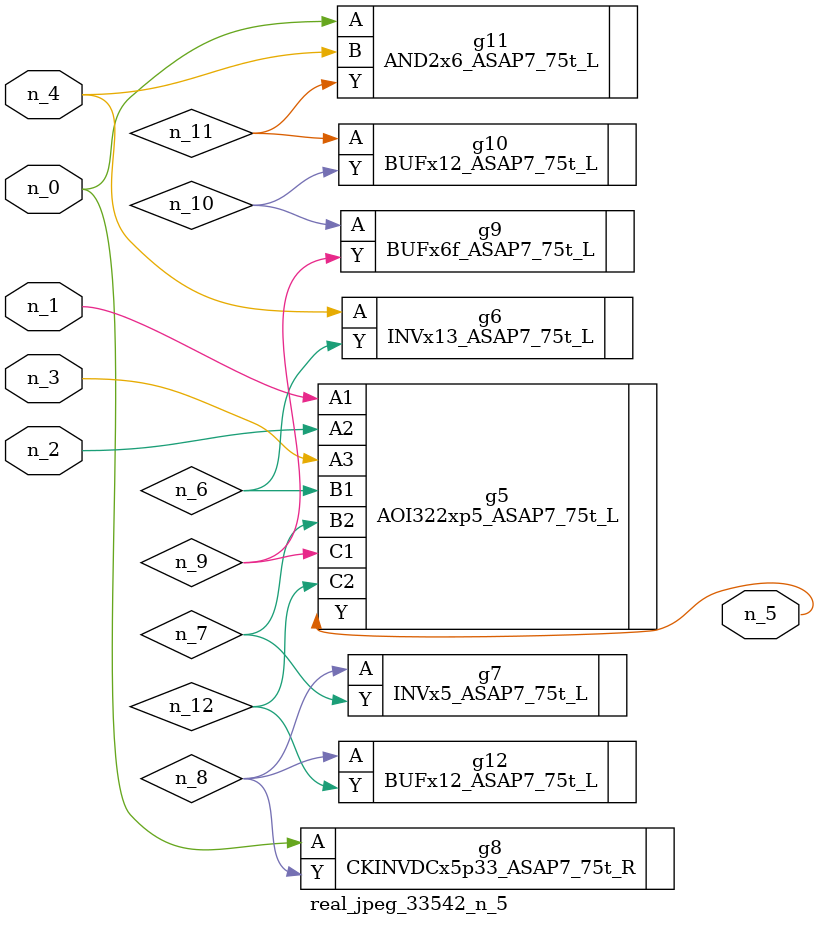
<source format=v>
module real_jpeg_33542_n_5 (n_4, n_0, n_1, n_2, n_3, n_5);

input n_4;
input n_0;
input n_1;
input n_2;
input n_3;

output n_5;

wire n_12;
wire n_8;
wire n_11;
wire n_6;
wire n_7;
wire n_10;
wire n_9;

CKINVDCx5p33_ASAP7_75t_R g8 ( 
.A(n_0),
.Y(n_8)
);

AND2x6_ASAP7_75t_L g11 ( 
.A(n_0),
.B(n_4),
.Y(n_11)
);

AOI322xp5_ASAP7_75t_L g5 ( 
.A1(n_1),
.A2(n_2),
.A3(n_3),
.B1(n_6),
.B2(n_7),
.C1(n_9),
.C2(n_12),
.Y(n_5)
);

INVx13_ASAP7_75t_L g6 ( 
.A(n_4),
.Y(n_6)
);

INVx5_ASAP7_75t_L g7 ( 
.A(n_8),
.Y(n_7)
);

BUFx12_ASAP7_75t_L g12 ( 
.A(n_8),
.Y(n_12)
);

BUFx6f_ASAP7_75t_L g9 ( 
.A(n_10),
.Y(n_9)
);

BUFx12_ASAP7_75t_L g10 ( 
.A(n_11),
.Y(n_10)
);


endmodule
</source>
